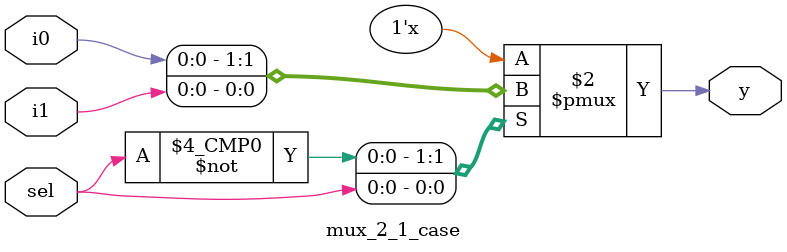
<source format=v>
module mux_2_1_case(input i0, i1, sel, output reg y);
    always @(sel)
    begin
        case (sel)
            1'b0: y = i0;
            1'b1: y = i1;
        endcase
    end
endmodule

</source>
